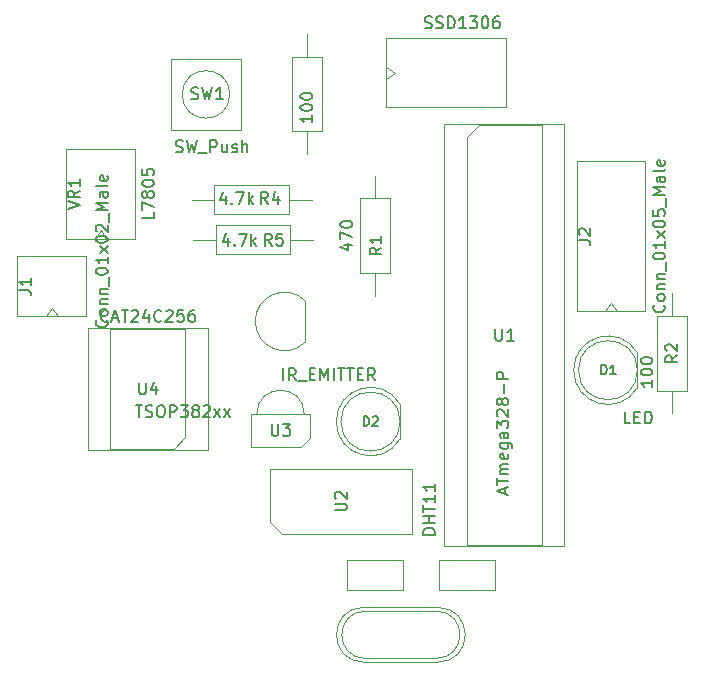
<source format=gbr>
%TF.GenerationSoftware,KiCad,Pcbnew,(6.0.7-1)-1*%
%TF.CreationDate,2022-10-17T13:14:12+05:30*%
%TF.ProjectId,Ac Temp Control ,41632054-656d-4702-9043-6f6e74726f6c,rev?*%
%TF.SameCoordinates,Original*%
%TF.FileFunction,AssemblyDrawing,Top*%
%FSLAX46Y46*%
G04 Gerber Fmt 4.6, Leading zero omitted, Abs format (unit mm)*
G04 Created by KiCad (PCBNEW (6.0.7-1)-1) date 2022-10-17 13:14:12*
%MOMM*%
%LPD*%
G01*
G04 APERTURE LIST*
%ADD10C,0.150000*%
%ADD11C,0.200000*%
%ADD12C,0.100000*%
G04 APERTURE END LIST*
D10*
%TO.C,U1*%
X157648468Y-117848468D02*
X157648468Y-117372278D01*
X157934182Y-117943706D02*
X156934182Y-117610373D01*
X157934182Y-117277040D01*
X156934182Y-117086563D02*
X156934182Y-116515135D01*
X157934182Y-116800849D02*
X156934182Y-116800849D01*
X157934182Y-116181802D02*
X157267516Y-116181802D01*
X157362754Y-116181802D02*
X157315135Y-116134182D01*
X157267516Y-116038944D01*
X157267516Y-115896087D01*
X157315135Y-115800849D01*
X157410373Y-115753230D01*
X157934182Y-115753230D01*
X157410373Y-115753230D02*
X157315135Y-115705611D01*
X157267516Y-115610373D01*
X157267516Y-115467516D01*
X157315135Y-115372278D01*
X157410373Y-115324659D01*
X157934182Y-115324659D01*
X157886563Y-114467516D02*
X157934182Y-114562754D01*
X157934182Y-114753230D01*
X157886563Y-114848468D01*
X157791325Y-114896087D01*
X157410373Y-114896087D01*
X157315135Y-114848468D01*
X157267516Y-114753230D01*
X157267516Y-114562754D01*
X157315135Y-114467516D01*
X157410373Y-114419897D01*
X157505611Y-114419897D01*
X157600849Y-114896087D01*
X157267516Y-113562754D02*
X158077040Y-113562754D01*
X158172278Y-113610373D01*
X158219897Y-113657992D01*
X158267516Y-113753230D01*
X158267516Y-113896087D01*
X158219897Y-113991325D01*
X157886563Y-113562754D02*
X157934182Y-113657992D01*
X157934182Y-113848468D01*
X157886563Y-113943706D01*
X157838944Y-113991325D01*
X157743706Y-114038944D01*
X157457992Y-114038944D01*
X157362754Y-113991325D01*
X157315135Y-113943706D01*
X157267516Y-113848468D01*
X157267516Y-113657992D01*
X157315135Y-113562754D01*
X157934182Y-112657992D02*
X157410373Y-112657992D01*
X157315135Y-112705611D01*
X157267516Y-112800849D01*
X157267516Y-112991325D01*
X157315135Y-113086563D01*
X157886563Y-112657992D02*
X157934182Y-112753230D01*
X157934182Y-112991325D01*
X157886563Y-113086563D01*
X157791325Y-113134182D01*
X157696087Y-113134182D01*
X157600849Y-113086563D01*
X157553230Y-112991325D01*
X157553230Y-112753230D01*
X157505611Y-112657992D01*
X156934182Y-112277040D02*
X156934182Y-111657992D01*
X157315135Y-111991325D01*
X157315135Y-111848468D01*
X157362754Y-111753230D01*
X157410373Y-111705611D01*
X157505611Y-111657992D01*
X157743706Y-111657992D01*
X157838944Y-111705611D01*
X157886563Y-111753230D01*
X157934182Y-111848468D01*
X157934182Y-112134182D01*
X157886563Y-112229421D01*
X157838944Y-112277040D01*
X157029421Y-111277040D02*
X156981802Y-111229421D01*
X156934182Y-111134182D01*
X156934182Y-110896087D01*
X156981802Y-110800849D01*
X157029421Y-110753230D01*
X157124659Y-110705611D01*
X157219897Y-110705611D01*
X157362754Y-110753230D01*
X157934182Y-111324659D01*
X157934182Y-110705611D01*
X157362754Y-110134182D02*
X157315135Y-110229421D01*
X157267516Y-110277040D01*
X157172278Y-110324659D01*
X157124659Y-110324659D01*
X157029421Y-110277040D01*
X156981802Y-110229421D01*
X156934182Y-110134182D01*
X156934182Y-109943706D01*
X156981802Y-109848468D01*
X157029421Y-109800849D01*
X157124659Y-109753230D01*
X157172278Y-109753230D01*
X157267516Y-109800849D01*
X157315135Y-109848468D01*
X157362754Y-109943706D01*
X157362754Y-110134182D01*
X157410373Y-110229421D01*
X157457992Y-110277040D01*
X157553230Y-110324659D01*
X157743706Y-110324659D01*
X157838944Y-110277040D01*
X157886563Y-110229421D01*
X157934182Y-110134182D01*
X157934182Y-109943706D01*
X157886563Y-109848468D01*
X157838944Y-109800849D01*
X157743706Y-109753230D01*
X157553230Y-109753230D01*
X157457992Y-109800849D01*
X157410373Y-109848468D01*
X157362754Y-109943706D01*
X157553230Y-109324659D02*
X157553230Y-108562754D01*
X157934182Y-108086563D02*
X156934182Y-108086563D01*
X156934182Y-107705611D01*
X156981802Y-107610373D01*
X157029421Y-107562754D01*
X157124659Y-107515135D01*
X157267516Y-107515135D01*
X157362754Y-107562754D01*
X157410373Y-107610373D01*
X157457992Y-107705611D01*
X157457992Y-108086563D01*
X156829897Y-103869182D02*
X156829897Y-104678706D01*
X156877516Y-104773944D01*
X156925135Y-104821563D01*
X157020373Y-104869182D01*
X157210849Y-104869182D01*
X157306087Y-104821563D01*
X157353706Y-104773944D01*
X157401325Y-104678706D01*
X157401325Y-103869182D01*
X158401325Y-104869182D02*
X157829897Y-104869182D01*
X158115611Y-104869182D02*
X158115611Y-103869182D01*
X158020373Y-104012040D01*
X157925135Y-104107278D01*
X157829897Y-104154897D01*
%TO.C,R3*%
X141334182Y-85798468D02*
X141334182Y-86369897D01*
X141334182Y-86084182D02*
X140334182Y-86084182D01*
X140477040Y-86179421D01*
X140572278Y-86274659D01*
X140619897Y-86369897D01*
X140334182Y-85179421D02*
X140334182Y-85084182D01*
X140381802Y-84988944D01*
X140429421Y-84941325D01*
X140524659Y-84893706D01*
X140715135Y-84846087D01*
X140953230Y-84846087D01*
X141143706Y-84893706D01*
X141238944Y-84941325D01*
X141286563Y-84988944D01*
X141334182Y-85084182D01*
X141334182Y-85179421D01*
X141286563Y-85274659D01*
X141238944Y-85322278D01*
X141143706Y-85369897D01*
X140953230Y-85417516D01*
X140715135Y-85417516D01*
X140524659Y-85369897D01*
X140429421Y-85322278D01*
X140381802Y-85274659D01*
X140334182Y-85179421D01*
X140334182Y-84227040D02*
X140334182Y-84131802D01*
X140381802Y-84036563D01*
X140429421Y-83988944D01*
X140524659Y-83941325D01*
X140715135Y-83893706D01*
X140953230Y-83893706D01*
X141143706Y-83941325D01*
X141238944Y-83988944D01*
X141286563Y-84036563D01*
X141334182Y-84131802D01*
X141334182Y-84227040D01*
X141286563Y-84322278D01*
X141238944Y-84369897D01*
X141143706Y-84417516D01*
X140953230Y-84465135D01*
X140715135Y-84465135D01*
X140524659Y-84417516D01*
X140429421Y-84369897D01*
X140381802Y-84322278D01*
X140334182Y-84227040D01*
%TO.C,VR1*%
X127934182Y-94027040D02*
X127934182Y-94503230D01*
X126934182Y-94503230D01*
X126934182Y-93788944D02*
X126934182Y-93122278D01*
X127934182Y-93550849D01*
X127362754Y-92598468D02*
X127315135Y-92693706D01*
X127267516Y-92741325D01*
X127172278Y-92788944D01*
X127124659Y-92788944D01*
X127029421Y-92741325D01*
X126981802Y-92693706D01*
X126934182Y-92598468D01*
X126934182Y-92407992D01*
X126981802Y-92312754D01*
X127029421Y-92265135D01*
X127124659Y-92217516D01*
X127172278Y-92217516D01*
X127267516Y-92265135D01*
X127315135Y-92312754D01*
X127362754Y-92407992D01*
X127362754Y-92598468D01*
X127410373Y-92693706D01*
X127457992Y-92741325D01*
X127553230Y-92788944D01*
X127743706Y-92788944D01*
X127838944Y-92741325D01*
X127886563Y-92693706D01*
X127934182Y-92598468D01*
X127934182Y-92407992D01*
X127886563Y-92312754D01*
X127838944Y-92265135D01*
X127743706Y-92217516D01*
X127553230Y-92217516D01*
X127457992Y-92265135D01*
X127410373Y-92312754D01*
X127362754Y-92407992D01*
X126934182Y-91598468D02*
X126934182Y-91503230D01*
X126981802Y-91407992D01*
X127029421Y-91360373D01*
X127124659Y-91312754D01*
X127315135Y-91265135D01*
X127553230Y-91265135D01*
X127743706Y-91312754D01*
X127838944Y-91360373D01*
X127886563Y-91407992D01*
X127934182Y-91503230D01*
X127934182Y-91598468D01*
X127886563Y-91693706D01*
X127838944Y-91741325D01*
X127743706Y-91788944D01*
X127553230Y-91836563D01*
X127315135Y-91836563D01*
X127124659Y-91788944D01*
X127029421Y-91741325D01*
X126981802Y-91693706D01*
X126934182Y-91598468D01*
X126934182Y-90360373D02*
X126934182Y-90836563D01*
X127410373Y-90884182D01*
X127362754Y-90836563D01*
X127315135Y-90741325D01*
X127315135Y-90503230D01*
X127362754Y-90407992D01*
X127410373Y-90360373D01*
X127505611Y-90312754D01*
X127743706Y-90312754D01*
X127838944Y-90360373D01*
X127886563Y-90407992D01*
X127934182Y-90503230D01*
X127934182Y-90741325D01*
X127886563Y-90836563D01*
X127838944Y-90884182D01*
X120634182Y-93741325D02*
X121634182Y-93407992D01*
X120634182Y-93074659D01*
X121634182Y-92169897D02*
X121157992Y-92503230D01*
X121634182Y-92741325D02*
X120634182Y-92741325D01*
X120634182Y-92360373D01*
X120681802Y-92265135D01*
X120729421Y-92217516D01*
X120824659Y-92169897D01*
X120967516Y-92169897D01*
X121062754Y-92217516D01*
X121110373Y-92265135D01*
X121157992Y-92360373D01*
X121157992Y-92741325D01*
X121634182Y-91217516D02*
X121634182Y-91788944D01*
X121634182Y-91503230D02*
X120634182Y-91503230D01*
X120777040Y-91598468D01*
X120872278Y-91693706D01*
X120919897Y-91788944D01*
%TO.C,SW1*%
X129784182Y-88886563D02*
X129927040Y-88934182D01*
X130165135Y-88934182D01*
X130260373Y-88886563D01*
X130307992Y-88838944D01*
X130355611Y-88743706D01*
X130355611Y-88648468D01*
X130307992Y-88553230D01*
X130260373Y-88505611D01*
X130165135Y-88457992D01*
X129974659Y-88410373D01*
X129879421Y-88362754D01*
X129831802Y-88315135D01*
X129784182Y-88219897D01*
X129784182Y-88124659D01*
X129831802Y-88029421D01*
X129879421Y-87981802D01*
X129974659Y-87934182D01*
X130212754Y-87934182D01*
X130355611Y-87981802D01*
X130688944Y-87934182D02*
X130927040Y-88934182D01*
X131117516Y-88219897D01*
X131307992Y-88934182D01*
X131546087Y-87934182D01*
X131688944Y-89029421D02*
X132450849Y-89029421D01*
X132688944Y-88934182D02*
X132688944Y-87934182D01*
X133069897Y-87934182D01*
X133165135Y-87981802D01*
X133212754Y-88029421D01*
X133260373Y-88124659D01*
X133260373Y-88267516D01*
X133212754Y-88362754D01*
X133165135Y-88410373D01*
X133069897Y-88457992D01*
X132688944Y-88457992D01*
X134117516Y-88267516D02*
X134117516Y-88934182D01*
X133688944Y-88267516D02*
X133688944Y-88791325D01*
X133736563Y-88886563D01*
X133831802Y-88934182D01*
X133974659Y-88934182D01*
X134069897Y-88886563D01*
X134117516Y-88838944D01*
X134546087Y-88886563D02*
X134641325Y-88934182D01*
X134831802Y-88934182D01*
X134927040Y-88886563D01*
X134974659Y-88791325D01*
X134974659Y-88743706D01*
X134927040Y-88648468D01*
X134831802Y-88600849D01*
X134688944Y-88600849D01*
X134593706Y-88553230D01*
X134546087Y-88457992D01*
X134546087Y-88410373D01*
X134593706Y-88315135D01*
X134688944Y-88267516D01*
X134831802Y-88267516D01*
X134927040Y-88315135D01*
X135403230Y-88934182D02*
X135403230Y-87934182D01*
X135831802Y-88934182D02*
X135831802Y-88410373D01*
X135784182Y-88315135D01*
X135688944Y-88267516D01*
X135546087Y-88267516D01*
X135450849Y-88315135D01*
X135403230Y-88362754D01*
X131098468Y-84386563D02*
X131241325Y-84434182D01*
X131479421Y-84434182D01*
X131574659Y-84386563D01*
X131622278Y-84338944D01*
X131669897Y-84243706D01*
X131669897Y-84148468D01*
X131622278Y-84053230D01*
X131574659Y-84005611D01*
X131479421Y-83957992D01*
X131288944Y-83910373D01*
X131193706Y-83862754D01*
X131146087Y-83815135D01*
X131098468Y-83719897D01*
X131098468Y-83624659D01*
X131146087Y-83529421D01*
X131193706Y-83481802D01*
X131288944Y-83434182D01*
X131527040Y-83434182D01*
X131669897Y-83481802D01*
X132003230Y-83434182D02*
X132241325Y-84434182D01*
X132431802Y-83719897D01*
X132622278Y-84434182D01*
X132860373Y-83434182D01*
X133765135Y-84434182D02*
X133193706Y-84434182D01*
X133479421Y-84434182D02*
X133479421Y-83434182D01*
X133384182Y-83577040D01*
X133288944Y-83672278D01*
X133193706Y-83719897D01*
%TO.C,R1*%
X144047516Y-96743706D02*
X144714182Y-96743706D01*
X143666563Y-96981802D02*
X144380849Y-97219897D01*
X144380849Y-96600849D01*
X143714182Y-96315135D02*
X143714182Y-95648468D01*
X144714182Y-96077040D01*
X143714182Y-95077040D02*
X143714182Y-94981802D01*
X143761802Y-94886563D01*
X143809421Y-94838944D01*
X143904659Y-94791325D01*
X144095135Y-94743706D01*
X144333230Y-94743706D01*
X144523706Y-94791325D01*
X144618944Y-94838944D01*
X144666563Y-94886563D01*
X144714182Y-94981802D01*
X144714182Y-95077040D01*
X144666563Y-95172278D01*
X144618944Y-95219897D01*
X144523706Y-95267516D01*
X144333230Y-95315135D01*
X144095135Y-95315135D01*
X143904659Y-95267516D01*
X143809421Y-95219897D01*
X143761802Y-95172278D01*
X143714182Y-95077040D01*
X147184182Y-96998468D02*
X146707992Y-97331802D01*
X147184182Y-97569897D02*
X146184182Y-97569897D01*
X146184182Y-97188944D01*
X146231802Y-97093706D01*
X146279421Y-97046087D01*
X146374659Y-96998468D01*
X146517516Y-96998468D01*
X146612754Y-97046087D01*
X146660373Y-97093706D01*
X146707992Y-97188944D01*
X146707992Y-97569897D01*
X147184182Y-96046087D02*
X147184182Y-96617516D01*
X147184182Y-96331802D02*
X146184182Y-96331802D01*
X146327040Y-96427040D01*
X146422278Y-96522278D01*
X146469897Y-96617516D01*
%TO.C,U4*%
X124040849Y-103188944D02*
X123993230Y-103236563D01*
X123850373Y-103284182D01*
X123755135Y-103284182D01*
X123612278Y-103236563D01*
X123517040Y-103141325D01*
X123469421Y-103046087D01*
X123421802Y-102855611D01*
X123421802Y-102712754D01*
X123469421Y-102522278D01*
X123517040Y-102427040D01*
X123612278Y-102331802D01*
X123755135Y-102284182D01*
X123850373Y-102284182D01*
X123993230Y-102331802D01*
X124040849Y-102379421D01*
X124421802Y-102998468D02*
X124897992Y-102998468D01*
X124326563Y-103284182D02*
X124659897Y-102284182D01*
X124993230Y-103284182D01*
X125183706Y-102284182D02*
X125755135Y-102284182D01*
X125469421Y-103284182D02*
X125469421Y-102284182D01*
X126040849Y-102379421D02*
X126088468Y-102331802D01*
X126183706Y-102284182D01*
X126421802Y-102284182D01*
X126517040Y-102331802D01*
X126564659Y-102379421D01*
X126612278Y-102474659D01*
X126612278Y-102569897D01*
X126564659Y-102712754D01*
X125993230Y-103284182D01*
X126612278Y-103284182D01*
X127469421Y-102617516D02*
X127469421Y-103284182D01*
X127231325Y-102236563D02*
X126993230Y-102950849D01*
X127612278Y-102950849D01*
X128564659Y-103188944D02*
X128517040Y-103236563D01*
X128374182Y-103284182D01*
X128278944Y-103284182D01*
X128136087Y-103236563D01*
X128040849Y-103141325D01*
X127993230Y-103046087D01*
X127945611Y-102855611D01*
X127945611Y-102712754D01*
X127993230Y-102522278D01*
X128040849Y-102427040D01*
X128136087Y-102331802D01*
X128278944Y-102284182D01*
X128374182Y-102284182D01*
X128517040Y-102331802D01*
X128564659Y-102379421D01*
X128945611Y-102379421D02*
X128993230Y-102331802D01*
X129088468Y-102284182D01*
X129326563Y-102284182D01*
X129421802Y-102331802D01*
X129469421Y-102379421D01*
X129517040Y-102474659D01*
X129517040Y-102569897D01*
X129469421Y-102712754D01*
X128897992Y-103284182D01*
X129517040Y-103284182D01*
X130421802Y-102284182D02*
X129945611Y-102284182D01*
X129897992Y-102760373D01*
X129945611Y-102712754D01*
X130040849Y-102665135D01*
X130278944Y-102665135D01*
X130374182Y-102712754D01*
X130421802Y-102760373D01*
X130469421Y-102855611D01*
X130469421Y-103093706D01*
X130421802Y-103188944D01*
X130374182Y-103236563D01*
X130278944Y-103284182D01*
X130040849Y-103284182D01*
X129945611Y-103236563D01*
X129897992Y-103188944D01*
X131326563Y-102284182D02*
X131136087Y-102284182D01*
X131040849Y-102331802D01*
X130993230Y-102379421D01*
X130897992Y-102522278D01*
X130850373Y-102712754D01*
X130850373Y-103093706D01*
X130897992Y-103188944D01*
X130945611Y-103236563D01*
X131040849Y-103284182D01*
X131231325Y-103284182D01*
X131326563Y-103236563D01*
X131374182Y-103188944D01*
X131421802Y-103093706D01*
X131421802Y-102855611D01*
X131374182Y-102760373D01*
X131326563Y-102712754D01*
X131231325Y-102665135D01*
X131040849Y-102665135D01*
X130945611Y-102712754D01*
X130897992Y-102760373D01*
X130850373Y-102855611D01*
X126659897Y-108424182D02*
X126659897Y-109233706D01*
X126707516Y-109328944D01*
X126755135Y-109376563D01*
X126850373Y-109424182D01*
X127040849Y-109424182D01*
X127136087Y-109376563D01*
X127183706Y-109328944D01*
X127231325Y-109233706D01*
X127231325Y-108424182D01*
X128136087Y-108757516D02*
X128136087Y-109424182D01*
X127897992Y-108376563D02*
X127659897Y-109090849D01*
X128278944Y-109090849D01*
%TO.C,J1*%
X123918944Y-103145135D02*
X123966563Y-103192754D01*
X124014182Y-103335611D01*
X124014182Y-103430849D01*
X123966563Y-103573706D01*
X123871325Y-103668944D01*
X123776087Y-103716563D01*
X123585611Y-103764182D01*
X123442754Y-103764182D01*
X123252278Y-103716563D01*
X123157040Y-103668944D01*
X123061802Y-103573706D01*
X123014182Y-103430849D01*
X123014182Y-103335611D01*
X123061802Y-103192754D01*
X123109421Y-103145135D01*
X124014182Y-102573706D02*
X123966563Y-102668944D01*
X123918944Y-102716563D01*
X123823706Y-102764182D01*
X123537992Y-102764182D01*
X123442754Y-102716563D01*
X123395135Y-102668944D01*
X123347516Y-102573706D01*
X123347516Y-102430849D01*
X123395135Y-102335611D01*
X123442754Y-102287992D01*
X123537992Y-102240373D01*
X123823706Y-102240373D01*
X123918944Y-102287992D01*
X123966563Y-102335611D01*
X124014182Y-102430849D01*
X124014182Y-102573706D01*
X123347516Y-101811802D02*
X124014182Y-101811802D01*
X123442754Y-101811802D02*
X123395135Y-101764182D01*
X123347516Y-101668944D01*
X123347516Y-101526087D01*
X123395135Y-101430849D01*
X123490373Y-101383230D01*
X124014182Y-101383230D01*
X123347516Y-100907040D02*
X124014182Y-100907040D01*
X123442754Y-100907040D02*
X123395135Y-100859421D01*
X123347516Y-100764182D01*
X123347516Y-100621325D01*
X123395135Y-100526087D01*
X123490373Y-100478468D01*
X124014182Y-100478468D01*
X124109421Y-100240373D02*
X124109421Y-99478468D01*
X123014182Y-99049897D02*
X123014182Y-98954659D01*
X123061802Y-98859421D01*
X123109421Y-98811802D01*
X123204659Y-98764182D01*
X123395135Y-98716563D01*
X123633230Y-98716563D01*
X123823706Y-98764182D01*
X123918944Y-98811802D01*
X123966563Y-98859421D01*
X124014182Y-98954659D01*
X124014182Y-99049897D01*
X123966563Y-99145135D01*
X123918944Y-99192754D01*
X123823706Y-99240373D01*
X123633230Y-99287992D01*
X123395135Y-99287992D01*
X123204659Y-99240373D01*
X123109421Y-99192754D01*
X123061802Y-99145135D01*
X123014182Y-99049897D01*
X124014182Y-97764182D02*
X124014182Y-98335611D01*
X124014182Y-98049897D02*
X123014182Y-98049897D01*
X123157040Y-98145135D01*
X123252278Y-98240373D01*
X123299897Y-98335611D01*
X124014182Y-97430849D02*
X123347516Y-96907040D01*
X123347516Y-97430849D02*
X124014182Y-96907040D01*
X123014182Y-96335611D02*
X123014182Y-96240373D01*
X123061802Y-96145135D01*
X123109421Y-96097516D01*
X123204659Y-96049897D01*
X123395135Y-96002278D01*
X123633230Y-96002278D01*
X123823706Y-96049897D01*
X123918944Y-96097516D01*
X123966563Y-96145135D01*
X124014182Y-96240373D01*
X124014182Y-96335611D01*
X123966563Y-96430849D01*
X123918944Y-96478468D01*
X123823706Y-96526087D01*
X123633230Y-96573706D01*
X123395135Y-96573706D01*
X123204659Y-96526087D01*
X123109421Y-96478468D01*
X123061802Y-96430849D01*
X123014182Y-96335611D01*
X123109421Y-95621325D02*
X123061802Y-95573706D01*
X123014182Y-95478468D01*
X123014182Y-95240373D01*
X123061802Y-95145135D01*
X123109421Y-95097516D01*
X123204659Y-95049897D01*
X123299897Y-95049897D01*
X123442754Y-95097516D01*
X124014182Y-95668944D01*
X124014182Y-95049897D01*
X124109421Y-94859421D02*
X124109421Y-94097516D01*
X124014182Y-93859421D02*
X123014182Y-93859421D01*
X123728468Y-93526087D01*
X123014182Y-93192754D01*
X124014182Y-93192754D01*
X124014182Y-92287992D02*
X123490373Y-92287992D01*
X123395135Y-92335611D01*
X123347516Y-92430849D01*
X123347516Y-92621325D01*
X123395135Y-92716563D01*
X123966563Y-92287992D02*
X124014182Y-92383230D01*
X124014182Y-92621325D01*
X123966563Y-92716563D01*
X123871325Y-92764182D01*
X123776087Y-92764182D01*
X123680849Y-92716563D01*
X123633230Y-92621325D01*
X123633230Y-92383230D01*
X123585611Y-92287992D01*
X124014182Y-91668944D02*
X123966563Y-91764182D01*
X123871325Y-91811802D01*
X123014182Y-91811802D01*
X123966563Y-90907040D02*
X124014182Y-91002278D01*
X124014182Y-91192754D01*
X123966563Y-91287992D01*
X123871325Y-91335611D01*
X123490373Y-91335611D01*
X123395135Y-91287992D01*
X123347516Y-91192754D01*
X123347516Y-91002278D01*
X123395135Y-90907040D01*
X123490373Y-90859421D01*
X123585611Y-90859421D01*
X123680849Y-91335611D01*
X116514182Y-100595135D02*
X117228468Y-100595135D01*
X117371325Y-100642754D01*
X117466563Y-100737992D01*
X117514182Y-100880849D01*
X117514182Y-100976087D01*
X117514182Y-99595135D02*
X117514182Y-100166563D01*
X117514182Y-99880849D02*
X116514182Y-99880849D01*
X116657040Y-99976087D01*
X116752278Y-100071325D01*
X116799897Y-100166563D01*
%TO.C,DISPLAY1*%
X150865135Y-78386563D02*
X151007992Y-78434182D01*
X151246087Y-78434182D01*
X151341325Y-78386563D01*
X151388944Y-78338944D01*
X151436563Y-78243706D01*
X151436563Y-78148468D01*
X151388944Y-78053230D01*
X151341325Y-78005611D01*
X151246087Y-77957992D01*
X151055611Y-77910373D01*
X150960373Y-77862754D01*
X150912754Y-77815135D01*
X150865135Y-77719897D01*
X150865135Y-77624659D01*
X150912754Y-77529421D01*
X150960373Y-77481802D01*
X151055611Y-77434182D01*
X151293706Y-77434182D01*
X151436563Y-77481802D01*
X151817516Y-78386563D02*
X151960373Y-78434182D01*
X152198468Y-78434182D01*
X152293706Y-78386563D01*
X152341325Y-78338944D01*
X152388944Y-78243706D01*
X152388944Y-78148468D01*
X152341325Y-78053230D01*
X152293706Y-78005611D01*
X152198468Y-77957992D01*
X152007992Y-77910373D01*
X151912754Y-77862754D01*
X151865135Y-77815135D01*
X151817516Y-77719897D01*
X151817516Y-77624659D01*
X151865135Y-77529421D01*
X151912754Y-77481802D01*
X152007992Y-77434182D01*
X152246087Y-77434182D01*
X152388944Y-77481802D01*
X152817516Y-78434182D02*
X152817516Y-77434182D01*
X153055611Y-77434182D01*
X153198468Y-77481802D01*
X153293706Y-77577040D01*
X153341325Y-77672278D01*
X153388944Y-77862754D01*
X153388944Y-78005611D01*
X153341325Y-78196087D01*
X153293706Y-78291325D01*
X153198468Y-78386563D01*
X153055611Y-78434182D01*
X152817516Y-78434182D01*
X154341325Y-78434182D02*
X153769897Y-78434182D01*
X154055611Y-78434182D02*
X154055611Y-77434182D01*
X153960373Y-77577040D01*
X153865135Y-77672278D01*
X153769897Y-77719897D01*
X154674659Y-77434182D02*
X155293706Y-77434182D01*
X154960373Y-77815135D01*
X155103230Y-77815135D01*
X155198468Y-77862754D01*
X155246087Y-77910373D01*
X155293706Y-78005611D01*
X155293706Y-78243706D01*
X155246087Y-78338944D01*
X155198468Y-78386563D01*
X155103230Y-78434182D01*
X154817516Y-78434182D01*
X154722278Y-78386563D01*
X154674659Y-78338944D01*
X155912754Y-77434182D02*
X156007992Y-77434182D01*
X156103230Y-77481802D01*
X156150849Y-77529421D01*
X156198468Y-77624659D01*
X156246087Y-77815135D01*
X156246087Y-78053230D01*
X156198468Y-78243706D01*
X156150849Y-78338944D01*
X156103230Y-78386563D01*
X156007992Y-78434182D01*
X155912754Y-78434182D01*
X155817516Y-78386563D01*
X155769897Y-78338944D01*
X155722278Y-78243706D01*
X155674659Y-78053230D01*
X155674659Y-77815135D01*
X155722278Y-77624659D01*
X155769897Y-77529421D01*
X155817516Y-77481802D01*
X155912754Y-77434182D01*
X157103230Y-77434182D02*
X156912754Y-77434182D01*
X156817516Y-77481802D01*
X156769897Y-77529421D01*
X156674659Y-77672278D01*
X156627040Y-77862754D01*
X156627040Y-78243706D01*
X156674659Y-78338944D01*
X156722278Y-78386563D01*
X156817516Y-78434182D01*
X157007992Y-78434182D01*
X157103230Y-78386563D01*
X157150849Y-78338944D01*
X157198468Y-78243706D01*
X157198468Y-78005611D01*
X157150849Y-77910373D01*
X157103230Y-77862754D01*
X157007992Y-77815135D01*
X156817516Y-77815135D01*
X156722278Y-77862754D01*
X156674659Y-77910373D01*
X156627040Y-78005611D01*
%TO.C,D1*%
X168263944Y-111884182D02*
X167787754Y-111884182D01*
X167787754Y-110884182D01*
X168597278Y-111360373D02*
X168930611Y-111360373D01*
X169073468Y-111884182D02*
X168597278Y-111884182D01*
X168597278Y-110884182D01*
X169073468Y-110884182D01*
X169502040Y-111884182D02*
X169502040Y-110884182D01*
X169740135Y-110884182D01*
X169882992Y-110931802D01*
X169978230Y-111027040D01*
X170025849Y-111122278D01*
X170073468Y-111312754D01*
X170073468Y-111455611D01*
X170025849Y-111646087D01*
X169978230Y-111741325D01*
X169882992Y-111836563D01*
X169740135Y-111884182D01*
X169502040Y-111884182D01*
D11*
X165791325Y-107743706D02*
X165791325Y-106943706D01*
X165981802Y-106943706D01*
X166096087Y-106981802D01*
X166172278Y-107057992D01*
X166210373Y-107134182D01*
X166248468Y-107286563D01*
X166248468Y-107400849D01*
X166210373Y-107553230D01*
X166172278Y-107629421D01*
X166096087Y-107705611D01*
X165981802Y-107743706D01*
X165791325Y-107743706D01*
X167010373Y-107743706D02*
X166553230Y-107743706D01*
X166781802Y-107743706D02*
X166781802Y-106943706D01*
X166705611Y-107057992D01*
X166629421Y-107134182D01*
X166553230Y-107172278D01*
D10*
%TO.C,J2*%
X171088944Y-101865135D02*
X171136563Y-101912754D01*
X171184182Y-102055611D01*
X171184182Y-102150849D01*
X171136563Y-102293706D01*
X171041325Y-102388944D01*
X170946087Y-102436563D01*
X170755611Y-102484182D01*
X170612754Y-102484182D01*
X170422278Y-102436563D01*
X170327040Y-102388944D01*
X170231802Y-102293706D01*
X170184182Y-102150849D01*
X170184182Y-102055611D01*
X170231802Y-101912754D01*
X170279421Y-101865135D01*
X171184182Y-101293706D02*
X171136563Y-101388944D01*
X171088944Y-101436563D01*
X170993706Y-101484182D01*
X170707992Y-101484182D01*
X170612754Y-101436563D01*
X170565135Y-101388944D01*
X170517516Y-101293706D01*
X170517516Y-101150849D01*
X170565135Y-101055611D01*
X170612754Y-101007992D01*
X170707992Y-100960373D01*
X170993706Y-100960373D01*
X171088944Y-101007992D01*
X171136563Y-101055611D01*
X171184182Y-101150849D01*
X171184182Y-101293706D01*
X170517516Y-100531802D02*
X171184182Y-100531802D01*
X170612754Y-100531802D02*
X170565135Y-100484182D01*
X170517516Y-100388944D01*
X170517516Y-100246087D01*
X170565135Y-100150849D01*
X170660373Y-100103230D01*
X171184182Y-100103230D01*
X170517516Y-99627040D02*
X171184182Y-99627040D01*
X170612754Y-99627040D02*
X170565135Y-99579421D01*
X170517516Y-99484182D01*
X170517516Y-99341325D01*
X170565135Y-99246087D01*
X170660373Y-99198468D01*
X171184182Y-99198468D01*
X171279421Y-98960373D02*
X171279421Y-98198468D01*
X170184182Y-97769897D02*
X170184182Y-97674659D01*
X170231802Y-97579421D01*
X170279421Y-97531802D01*
X170374659Y-97484182D01*
X170565135Y-97436563D01*
X170803230Y-97436563D01*
X170993706Y-97484182D01*
X171088944Y-97531802D01*
X171136563Y-97579421D01*
X171184182Y-97674659D01*
X171184182Y-97769897D01*
X171136563Y-97865135D01*
X171088944Y-97912754D01*
X170993706Y-97960373D01*
X170803230Y-98007992D01*
X170565135Y-98007992D01*
X170374659Y-97960373D01*
X170279421Y-97912754D01*
X170231802Y-97865135D01*
X170184182Y-97769897D01*
X171184182Y-96484182D02*
X171184182Y-97055611D01*
X171184182Y-96769897D02*
X170184182Y-96769897D01*
X170327040Y-96865135D01*
X170422278Y-96960373D01*
X170469897Y-97055611D01*
X171184182Y-96150849D02*
X170517516Y-95627040D01*
X170517516Y-96150849D02*
X171184182Y-95627040D01*
X170184182Y-95055611D02*
X170184182Y-94960373D01*
X170231802Y-94865135D01*
X170279421Y-94817516D01*
X170374659Y-94769897D01*
X170565135Y-94722278D01*
X170803230Y-94722278D01*
X170993706Y-94769897D01*
X171088944Y-94817516D01*
X171136563Y-94865135D01*
X171184182Y-94960373D01*
X171184182Y-95055611D01*
X171136563Y-95150849D01*
X171088944Y-95198468D01*
X170993706Y-95246087D01*
X170803230Y-95293706D01*
X170565135Y-95293706D01*
X170374659Y-95246087D01*
X170279421Y-95198468D01*
X170231802Y-95150849D01*
X170184182Y-95055611D01*
X170184182Y-93817516D02*
X170184182Y-94293706D01*
X170660373Y-94341325D01*
X170612754Y-94293706D01*
X170565135Y-94198468D01*
X170565135Y-93960373D01*
X170612754Y-93865135D01*
X170660373Y-93817516D01*
X170755611Y-93769897D01*
X170993706Y-93769897D01*
X171088944Y-93817516D01*
X171136563Y-93865135D01*
X171184182Y-93960373D01*
X171184182Y-94198468D01*
X171136563Y-94293706D01*
X171088944Y-94341325D01*
X171279421Y-93579421D02*
X171279421Y-92817516D01*
X171184182Y-92579421D02*
X170184182Y-92579421D01*
X170898468Y-92246087D01*
X170184182Y-91912754D01*
X171184182Y-91912754D01*
X171184182Y-91007992D02*
X170660373Y-91007992D01*
X170565135Y-91055611D01*
X170517516Y-91150849D01*
X170517516Y-91341325D01*
X170565135Y-91436563D01*
X171136563Y-91007992D02*
X171184182Y-91103230D01*
X171184182Y-91341325D01*
X171136563Y-91436563D01*
X171041325Y-91484182D01*
X170946087Y-91484182D01*
X170850849Y-91436563D01*
X170803230Y-91341325D01*
X170803230Y-91103230D01*
X170755611Y-91007992D01*
X171184182Y-90388944D02*
X171136563Y-90484182D01*
X171041325Y-90531802D01*
X170184182Y-90531802D01*
X171136563Y-89627040D02*
X171184182Y-89722278D01*
X171184182Y-89912754D01*
X171136563Y-90007992D01*
X171041325Y-90055611D01*
X170660373Y-90055611D01*
X170565135Y-90007992D01*
X170517516Y-89912754D01*
X170517516Y-89722278D01*
X170565135Y-89627040D01*
X170660373Y-89579421D01*
X170755611Y-89579421D01*
X170850849Y-90055611D01*
X163884182Y-96365135D02*
X164598468Y-96365135D01*
X164741325Y-96412754D01*
X164836563Y-96507992D01*
X164884182Y-96650849D01*
X164884182Y-96746087D01*
X163979421Y-95936563D02*
X163931802Y-95888944D01*
X163884182Y-95793706D01*
X163884182Y-95555611D01*
X163931802Y-95460373D01*
X163979421Y-95412754D01*
X164074659Y-95365135D01*
X164169897Y-95365135D01*
X164312754Y-95412754D01*
X164884182Y-95984182D01*
X164884182Y-95365135D01*
%TO.C,R5*%
X134223230Y-96167516D02*
X134223230Y-96834182D01*
X133985135Y-95786563D02*
X133747040Y-96500849D01*
X134366087Y-96500849D01*
X134747040Y-96738944D02*
X134794659Y-96786563D01*
X134747040Y-96834182D01*
X134699421Y-96786563D01*
X134747040Y-96738944D01*
X134747040Y-96834182D01*
X135127992Y-95834182D02*
X135794659Y-95834182D01*
X135366087Y-96834182D01*
X136175611Y-96834182D02*
X136175611Y-95834182D01*
X136270849Y-96453230D02*
X136556563Y-96834182D01*
X136556563Y-96167516D02*
X136175611Y-96548468D01*
X137885135Y-96834182D02*
X137551802Y-96357992D01*
X137313706Y-96834182D02*
X137313706Y-95834182D01*
X137694659Y-95834182D01*
X137789897Y-95881802D01*
X137837516Y-95929421D01*
X137885135Y-96024659D01*
X137885135Y-96167516D01*
X137837516Y-96262754D01*
X137789897Y-96310373D01*
X137694659Y-96357992D01*
X137313706Y-96357992D01*
X138789897Y-95834182D02*
X138313706Y-95834182D01*
X138266087Y-96310373D01*
X138313706Y-96262754D01*
X138408944Y-96215135D01*
X138647040Y-96215135D01*
X138742278Y-96262754D01*
X138789897Y-96310373D01*
X138837516Y-96405611D01*
X138837516Y-96643706D01*
X138789897Y-96738944D01*
X138742278Y-96786563D01*
X138647040Y-96834182D01*
X138408944Y-96834182D01*
X138313706Y-96786563D01*
X138266087Y-96738944D01*
%TO.C,D2*%
X138874659Y-108234182D02*
X138874659Y-107234182D01*
X139922278Y-108234182D02*
X139588944Y-107757992D01*
X139350849Y-108234182D02*
X139350849Y-107234182D01*
X139731802Y-107234182D01*
X139827040Y-107281802D01*
X139874659Y-107329421D01*
X139922278Y-107424659D01*
X139922278Y-107567516D01*
X139874659Y-107662754D01*
X139827040Y-107710373D01*
X139731802Y-107757992D01*
X139350849Y-107757992D01*
X140112754Y-108329421D02*
X140874659Y-108329421D01*
X141112754Y-107710373D02*
X141446087Y-107710373D01*
X141588944Y-108234182D02*
X141112754Y-108234182D01*
X141112754Y-107234182D01*
X141588944Y-107234182D01*
X142017516Y-108234182D02*
X142017516Y-107234182D01*
X142350849Y-107948468D01*
X142684182Y-107234182D01*
X142684182Y-108234182D01*
X143160373Y-108234182D02*
X143160373Y-107234182D01*
X143493706Y-107234182D02*
X144065135Y-107234182D01*
X143779421Y-108234182D02*
X143779421Y-107234182D01*
X144255611Y-107234182D02*
X144827040Y-107234182D01*
X144541325Y-108234182D02*
X144541325Y-107234182D01*
X145160373Y-107710373D02*
X145493706Y-107710373D01*
X145636563Y-108234182D02*
X145160373Y-108234182D01*
X145160373Y-107234182D01*
X145636563Y-107234182D01*
X146636563Y-108234182D02*
X146303230Y-107757992D01*
X146065135Y-108234182D02*
X146065135Y-107234182D01*
X146446087Y-107234182D01*
X146541325Y-107281802D01*
X146588944Y-107329421D01*
X146636563Y-107424659D01*
X146636563Y-107567516D01*
X146588944Y-107662754D01*
X146541325Y-107710373D01*
X146446087Y-107757992D01*
X146065135Y-107757992D01*
D11*
X145691325Y-112093706D02*
X145691325Y-111293706D01*
X145881802Y-111293706D01*
X145996087Y-111331802D01*
X146072278Y-111407992D01*
X146110373Y-111484182D01*
X146148468Y-111636563D01*
X146148468Y-111750849D01*
X146110373Y-111903230D01*
X146072278Y-111979421D01*
X145996087Y-112055611D01*
X145881802Y-112093706D01*
X145691325Y-112093706D01*
X146453230Y-111369897D02*
X146491325Y-111331802D01*
X146567516Y-111293706D01*
X146757992Y-111293706D01*
X146834182Y-111331802D01*
X146872278Y-111369897D01*
X146910373Y-111446087D01*
X146910373Y-111522278D01*
X146872278Y-111636563D01*
X146415135Y-112093706D01*
X146910373Y-112093706D01*
D10*
%TO.C,R2*%
X170134182Y-108198468D02*
X170134182Y-108769897D01*
X170134182Y-108484182D02*
X169134182Y-108484182D01*
X169277040Y-108579421D01*
X169372278Y-108674659D01*
X169419897Y-108769897D01*
X169134182Y-107579421D02*
X169134182Y-107484182D01*
X169181802Y-107388944D01*
X169229421Y-107341325D01*
X169324659Y-107293706D01*
X169515135Y-107246087D01*
X169753230Y-107246087D01*
X169943706Y-107293706D01*
X170038944Y-107341325D01*
X170086563Y-107388944D01*
X170134182Y-107484182D01*
X170134182Y-107579421D01*
X170086563Y-107674659D01*
X170038944Y-107722278D01*
X169943706Y-107769897D01*
X169753230Y-107817516D01*
X169515135Y-107817516D01*
X169324659Y-107769897D01*
X169229421Y-107722278D01*
X169181802Y-107674659D01*
X169134182Y-107579421D01*
X169134182Y-106627040D02*
X169134182Y-106531802D01*
X169181802Y-106436563D01*
X169229421Y-106388944D01*
X169324659Y-106341325D01*
X169515135Y-106293706D01*
X169753230Y-106293706D01*
X169943706Y-106341325D01*
X170038944Y-106388944D01*
X170086563Y-106436563D01*
X170134182Y-106531802D01*
X170134182Y-106627040D01*
X170086563Y-106722278D01*
X170038944Y-106769897D01*
X169943706Y-106817516D01*
X169753230Y-106865135D01*
X169515135Y-106865135D01*
X169324659Y-106817516D01*
X169229421Y-106769897D01*
X169181802Y-106722278D01*
X169134182Y-106627040D01*
X172234182Y-106128468D02*
X171757992Y-106461802D01*
X172234182Y-106699897D02*
X171234182Y-106699897D01*
X171234182Y-106318944D01*
X171281802Y-106223706D01*
X171329421Y-106176087D01*
X171424659Y-106128468D01*
X171567516Y-106128468D01*
X171662754Y-106176087D01*
X171710373Y-106223706D01*
X171757992Y-106318944D01*
X171757992Y-106699897D01*
X171329421Y-105747516D02*
X171281802Y-105699897D01*
X171234182Y-105604659D01*
X171234182Y-105366563D01*
X171281802Y-105271325D01*
X171329421Y-105223706D01*
X171424659Y-105176087D01*
X171519897Y-105176087D01*
X171662754Y-105223706D01*
X172234182Y-105795135D01*
X172234182Y-105176087D01*
%TO.C,U3*%
X126367992Y-110359182D02*
X126939421Y-110359182D01*
X126653706Y-111359182D02*
X126653706Y-110359182D01*
X127225135Y-111311563D02*
X127367992Y-111359182D01*
X127606087Y-111359182D01*
X127701325Y-111311563D01*
X127748944Y-111263944D01*
X127796563Y-111168706D01*
X127796563Y-111073468D01*
X127748944Y-110978230D01*
X127701325Y-110930611D01*
X127606087Y-110882992D01*
X127415611Y-110835373D01*
X127320373Y-110787754D01*
X127272754Y-110740135D01*
X127225135Y-110644897D01*
X127225135Y-110549659D01*
X127272754Y-110454421D01*
X127320373Y-110406802D01*
X127415611Y-110359182D01*
X127653706Y-110359182D01*
X127796563Y-110406802D01*
X128415611Y-110359182D02*
X128606087Y-110359182D01*
X128701325Y-110406802D01*
X128796563Y-110502040D01*
X128844182Y-110692516D01*
X128844182Y-111025849D01*
X128796563Y-111216325D01*
X128701325Y-111311563D01*
X128606087Y-111359182D01*
X128415611Y-111359182D01*
X128320373Y-111311563D01*
X128225135Y-111216325D01*
X128177516Y-111025849D01*
X128177516Y-110692516D01*
X128225135Y-110502040D01*
X128320373Y-110406802D01*
X128415611Y-110359182D01*
X129272754Y-111359182D02*
X129272754Y-110359182D01*
X129653706Y-110359182D01*
X129748944Y-110406802D01*
X129796563Y-110454421D01*
X129844182Y-110549659D01*
X129844182Y-110692516D01*
X129796563Y-110787754D01*
X129748944Y-110835373D01*
X129653706Y-110882992D01*
X129272754Y-110882992D01*
X130177516Y-110359182D02*
X130796563Y-110359182D01*
X130463230Y-110740135D01*
X130606087Y-110740135D01*
X130701325Y-110787754D01*
X130748944Y-110835373D01*
X130796563Y-110930611D01*
X130796563Y-111168706D01*
X130748944Y-111263944D01*
X130701325Y-111311563D01*
X130606087Y-111359182D01*
X130320373Y-111359182D01*
X130225135Y-111311563D01*
X130177516Y-111263944D01*
X131367992Y-110787754D02*
X131272754Y-110740135D01*
X131225135Y-110692516D01*
X131177516Y-110597278D01*
X131177516Y-110549659D01*
X131225135Y-110454421D01*
X131272754Y-110406802D01*
X131367992Y-110359182D01*
X131558468Y-110359182D01*
X131653706Y-110406802D01*
X131701325Y-110454421D01*
X131748944Y-110549659D01*
X131748944Y-110597278D01*
X131701325Y-110692516D01*
X131653706Y-110740135D01*
X131558468Y-110787754D01*
X131367992Y-110787754D01*
X131272754Y-110835373D01*
X131225135Y-110882992D01*
X131177516Y-110978230D01*
X131177516Y-111168706D01*
X131225135Y-111263944D01*
X131272754Y-111311563D01*
X131367992Y-111359182D01*
X131558468Y-111359182D01*
X131653706Y-111311563D01*
X131701325Y-111263944D01*
X131748944Y-111168706D01*
X131748944Y-110978230D01*
X131701325Y-110882992D01*
X131653706Y-110835373D01*
X131558468Y-110787754D01*
X132129897Y-110454421D02*
X132177516Y-110406802D01*
X132272754Y-110359182D01*
X132510849Y-110359182D01*
X132606087Y-110406802D01*
X132653706Y-110454421D01*
X132701325Y-110549659D01*
X132701325Y-110644897D01*
X132653706Y-110787754D01*
X132082278Y-111359182D01*
X132701325Y-111359182D01*
X133034659Y-111359182D02*
X133558468Y-110692516D01*
X133034659Y-110692516D02*
X133558468Y-111359182D01*
X133844182Y-111359182D02*
X134367992Y-110692516D01*
X133844182Y-110692516D02*
X134367992Y-111359182D01*
X137879897Y-111934182D02*
X137879897Y-112743706D01*
X137927516Y-112838944D01*
X137975135Y-112886563D01*
X138070373Y-112934182D01*
X138260849Y-112934182D01*
X138356087Y-112886563D01*
X138403706Y-112838944D01*
X138451325Y-112743706D01*
X138451325Y-111934182D01*
X138832278Y-111934182D02*
X139451325Y-111934182D01*
X139117992Y-112315135D01*
X139260849Y-112315135D01*
X139356087Y-112362754D01*
X139403706Y-112410373D01*
X139451325Y-112505611D01*
X139451325Y-112743706D01*
X139403706Y-112838944D01*
X139356087Y-112886563D01*
X139260849Y-112934182D01*
X138975135Y-112934182D01*
X138879897Y-112886563D01*
X138832278Y-112838944D01*
%TO.C,R4*%
X134003230Y-92667516D02*
X134003230Y-93334182D01*
X133765135Y-92286563D02*
X133527040Y-93000849D01*
X134146087Y-93000849D01*
X134527040Y-93238944D02*
X134574659Y-93286563D01*
X134527040Y-93334182D01*
X134479421Y-93286563D01*
X134527040Y-93238944D01*
X134527040Y-93334182D01*
X134907992Y-92334182D02*
X135574659Y-92334182D01*
X135146087Y-93334182D01*
X135955611Y-93334182D02*
X135955611Y-92334182D01*
X136050849Y-92953230D02*
X136336563Y-93334182D01*
X136336563Y-92667516D02*
X135955611Y-93048468D01*
X137585135Y-93284182D02*
X137251802Y-92807992D01*
X137013706Y-93284182D02*
X137013706Y-92284182D01*
X137394659Y-92284182D01*
X137489897Y-92331802D01*
X137537516Y-92379421D01*
X137585135Y-92474659D01*
X137585135Y-92617516D01*
X137537516Y-92712754D01*
X137489897Y-92760373D01*
X137394659Y-92807992D01*
X137013706Y-92807992D01*
X138442278Y-92617516D02*
X138442278Y-93284182D01*
X138204182Y-92236563D02*
X137966087Y-92950849D01*
X138585135Y-92950849D01*
%TO.C,U2*%
X151721682Y-121300849D02*
X150721682Y-121300849D01*
X150721682Y-121062754D01*
X150769302Y-120919897D01*
X150864540Y-120824659D01*
X150959778Y-120777040D01*
X151150254Y-120729421D01*
X151293111Y-120729421D01*
X151483587Y-120777040D01*
X151578825Y-120824659D01*
X151674063Y-120919897D01*
X151721682Y-121062754D01*
X151721682Y-121300849D01*
X151721682Y-120300849D02*
X150721682Y-120300849D01*
X151197873Y-120300849D02*
X151197873Y-119729421D01*
X151721682Y-119729421D02*
X150721682Y-119729421D01*
X150721682Y-119396087D02*
X150721682Y-118824659D01*
X151721682Y-119110373D02*
X150721682Y-119110373D01*
X151721682Y-117967516D02*
X151721682Y-118538944D01*
X151721682Y-118253230D02*
X150721682Y-118253230D01*
X150864540Y-118348468D01*
X150959778Y-118443706D01*
X151007397Y-118538944D01*
X151721682Y-117015135D02*
X151721682Y-117586563D01*
X151721682Y-117300849D02*
X150721682Y-117300849D01*
X150864540Y-117396087D01*
X150959778Y-117491325D01*
X151007397Y-117586563D01*
X143231682Y-119246206D02*
X144041206Y-119246206D01*
X144136444Y-119198587D01*
X144184063Y-119150968D01*
X144231682Y-119055730D01*
X144231682Y-118865254D01*
X144184063Y-118770016D01*
X144136444Y-118722397D01*
X144041206Y-118674778D01*
X143231682Y-118674778D01*
X143326921Y-118246206D02*
X143279302Y-118198587D01*
X143231682Y-118103349D01*
X143231682Y-117865254D01*
X143279302Y-117770016D01*
X143326921Y-117722397D01*
X143422159Y-117674778D01*
X143517397Y-117674778D01*
X143660254Y-117722397D01*
X144231682Y-118293825D01*
X144231682Y-117674778D01*
D12*
%TO.C,U1*%
X154416802Y-87636802D02*
X155416802Y-86636802D01*
X162671802Y-122256802D02*
X162671802Y-86576802D01*
X152511802Y-86576802D02*
X152511802Y-122256802D01*
X160766802Y-86636802D02*
X160766802Y-122196802D01*
X152511802Y-122256802D02*
X162671802Y-122256802D01*
X155416802Y-86636802D02*
X160766802Y-86636802D01*
X160766802Y-122196802D02*
X154416802Y-122196802D01*
X162671802Y-86576802D02*
X152511802Y-86576802D01*
X154416802Y-122196802D02*
X154416802Y-87636802D01*
%TO.C,Y1*%
X145706802Y-132106802D02*
X151956802Y-132106802D01*
X145831802Y-131781802D02*
X151831802Y-131781802D01*
X145706802Y-127456802D02*
X151956802Y-127456802D01*
X145831802Y-127781802D02*
X151831802Y-127781802D01*
X145831802Y-127781802D02*
G75*
G03*
X145831802Y-131781802I0J-2000000D01*
G01*
X151831802Y-131781802D02*
G75*
G03*
X151831802Y-127781802I0J2000000D01*
G01*
X145706802Y-127456802D02*
G75*
G03*
X145706802Y-132106802I0J-2325000D01*
G01*
X151956802Y-132106802D02*
G75*
G03*
X151956802Y-127456802I0J2325000D01*
G01*
%TO.C,R3*%
X139631802Y-87131802D02*
X142131802Y-87131802D01*
X140881802Y-89061802D02*
X140881802Y-87131802D01*
X142131802Y-87131802D02*
X142131802Y-80831802D01*
X142131802Y-80831802D02*
X139631802Y-80831802D01*
X139631802Y-80831802D02*
X139631802Y-87131802D01*
X140881802Y-78901802D02*
X140881802Y-80831802D01*
%TO.C,VR1*%
X120481802Y-88621802D02*
X120481802Y-96241802D01*
X126281802Y-88621802D02*
X120481802Y-88621802D01*
X123401802Y-95534695D02*
X123901802Y-96241802D01*
X126281802Y-96241802D02*
X126281802Y-88621802D01*
X122901802Y-96241802D02*
X123401802Y-95534695D01*
X120481802Y-96241802D02*
X126281802Y-96241802D01*
%TO.C,SW1*%
X132331802Y-81031802D02*
X135331802Y-81031802D01*
X135331802Y-87031802D02*
X129331802Y-87031802D01*
X129331802Y-81031802D02*
X132331802Y-81031802D01*
X129331802Y-87031802D02*
X129331802Y-81031802D01*
X135331802Y-81031802D02*
X135331802Y-87031802D01*
X134347366Y-84031802D02*
G75*
G03*
X134347366Y-84031802I-2015564J0D01*
G01*
%TO.C,R1*%
X145381802Y-99131802D02*
X147881802Y-99131802D01*
X147881802Y-92831802D02*
X145381802Y-92831802D01*
X147881802Y-99131802D02*
X147881802Y-92831802D01*
X145381802Y-92831802D02*
X145381802Y-99131802D01*
X146631802Y-90901802D02*
X146631802Y-92831802D01*
X146631802Y-101061802D02*
X146631802Y-99131802D01*
%TO.C,U4*%
X130596802Y-113051802D02*
X129596802Y-114051802D01*
X124246802Y-103891802D02*
X130596802Y-103891802D01*
X122341802Y-114111802D02*
X132501802Y-114111802D01*
X122341802Y-103831802D02*
X122341802Y-114111802D01*
X130596802Y-103891802D02*
X130596802Y-113051802D01*
X132501802Y-103831802D02*
X122341802Y-103831802D01*
X124246802Y-114051802D02*
X124246802Y-103891802D01*
X129596802Y-114051802D02*
X124246802Y-114051802D01*
X132501802Y-114111802D02*
X132501802Y-103831802D01*
%TO.C,J1*%
X116361802Y-102801802D02*
X122161802Y-102801802D01*
X118781802Y-102801802D02*
X119281802Y-102094695D01*
X122161802Y-97721802D02*
X116361802Y-97721802D01*
X116361802Y-97721802D02*
X116361802Y-102801802D01*
X122161802Y-102801802D02*
X122161802Y-97721802D01*
X119281802Y-102094695D02*
X119781802Y-102801802D01*
%TO.C,DISPLAY1*%
X147601802Y-81701802D02*
X148308909Y-82201802D01*
X157761802Y-85081802D02*
X157761802Y-79281802D01*
X147601802Y-85081802D02*
X157761802Y-85081802D01*
X147601802Y-79281802D02*
X147601802Y-85081802D01*
X157761802Y-79281802D02*
X147601802Y-79281802D01*
X148308909Y-82201802D02*
X147601802Y-82701802D01*
%TO.C,C1*%
X144281802Y-125981802D02*
X148981802Y-125981802D01*
X148981802Y-123481802D02*
X144281802Y-123481802D01*
X144281802Y-123481802D02*
X144281802Y-125981802D01*
X148981802Y-125981802D02*
X148981802Y-123481802D01*
%TO.C,D1*%
X168861802Y-108851496D02*
X168861802Y-105912108D01*
X168861818Y-105912136D02*
G75*
G03*
X168861802Y-108851496I-2500016J-1469666D01*
G01*
X168861802Y-107381802D02*
G75*
G03*
X168861802Y-107381802I-2500000J0D01*
G01*
%TO.C,C2*%
X156781802Y-123481802D02*
X152081802Y-123481802D01*
X152081802Y-125981802D02*
X156781802Y-125981802D01*
X156781802Y-125981802D02*
X156781802Y-123481802D01*
X152081802Y-123481802D02*
X152081802Y-125981802D01*
%TO.C,J2*%
X163731802Y-89681802D02*
X163731802Y-102381802D01*
X166651802Y-101674695D02*
X167151802Y-102381802D01*
X166151802Y-102381802D02*
X166651802Y-101674695D01*
X169531802Y-102381802D02*
X169531802Y-89681802D01*
X169531802Y-89681802D02*
X163731802Y-89681802D01*
X163731802Y-102381802D02*
X169531802Y-102381802D01*
%TO.C,R5*%
X139451802Y-95081802D02*
X133151802Y-95081802D01*
X133151802Y-95081802D02*
X133151802Y-97581802D01*
X139451802Y-97581802D02*
X139451802Y-95081802D01*
X131221802Y-96331802D02*
X133151802Y-96331802D01*
X141381802Y-96331802D02*
X139451802Y-96331802D01*
X133151802Y-97581802D02*
X139451802Y-97581802D01*
%TO.C,D2*%
X148761802Y-113201496D02*
X148761802Y-110262108D01*
X148761818Y-110262136D02*
G75*
G03*
X148761802Y-113201496I-2500016J-1469666D01*
G01*
X148761802Y-111731802D02*
G75*
G03*
X148761802Y-111731802I-2500000J0D01*
G01*
%TO.C,R2*%
X170531802Y-109111802D02*
X173031802Y-109111802D01*
X173031802Y-109111802D02*
X173031802Y-102811802D01*
X171781802Y-100881802D02*
X171781802Y-102811802D01*
X170531802Y-102811802D02*
X170531802Y-109111802D01*
X171781802Y-111041802D02*
X171781802Y-109111802D01*
X173031802Y-102811802D02*
X170531802Y-102811802D01*
%TO.C,U3*%
X136141802Y-113881802D02*
X136141802Y-111081802D01*
X136141802Y-111081802D02*
X141141802Y-111081802D01*
X140391802Y-113881802D02*
X141141802Y-113131802D01*
X140391802Y-113881802D02*
X136141802Y-113881802D01*
X141141802Y-111081802D02*
X141141802Y-113131802D01*
X140641802Y-111081802D02*
G75*
G03*
X136641802Y-111081802I-2000000J0D01*
G01*
%TO.C,Q1*%
X140731802Y-105021802D02*
X140731802Y-101521802D01*
X136501802Y-103251802D02*
G75*
G03*
X140735427Y-105005427I2480000J0D01*
G01*
X140735427Y-101498177D02*
G75*
G03*
X136501802Y-103251802I-1753625J-1753625D01*
G01*
%TO.C,R4*%
X141281802Y-92931802D02*
X139351802Y-92931802D01*
X133051802Y-91681802D02*
X133051802Y-94181802D01*
X139351802Y-91681802D02*
X133051802Y-91681802D01*
X131121802Y-92931802D02*
X133051802Y-92931802D01*
X133051802Y-94181802D02*
X139351802Y-94181802D01*
X139351802Y-94181802D02*
X139351802Y-91681802D01*
%TO.C,U2*%
X137779302Y-115734302D02*
X149779302Y-115734302D01*
X137779302Y-120234302D02*
X137779302Y-115734302D01*
X138779302Y-121234302D02*
X137779302Y-120234302D01*
X149779302Y-115734302D02*
X149779302Y-121234302D01*
X138779302Y-121234302D02*
X149779302Y-121234302D01*
%TD*%
M02*

</source>
